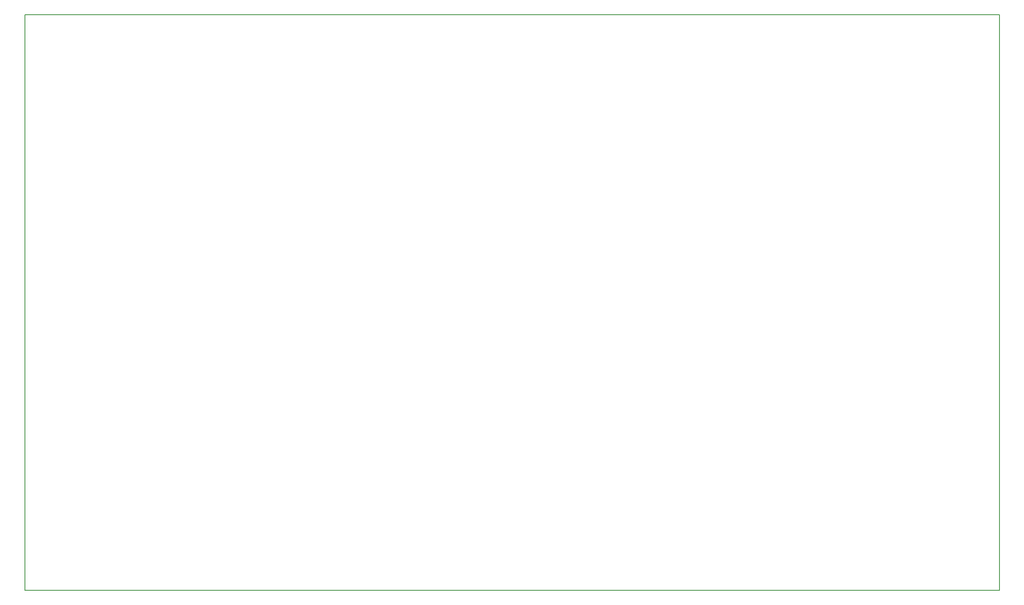
<source format=gbr>
G04 #@! TF.FileFunction,Profile,NP*
%FSLAX46Y46*%
G04 Gerber Fmt 4.6, Leading zero omitted, Abs format (unit mm)*
G04 Created by KiCad (PCBNEW 4.0.2+dfsg1-stable) date mar 04 jul 2017 13:38:56 COT*
%MOMM*%
G01*
G04 APERTURE LIST*
%ADD10C,0.100000*%
%ADD11C,0.150000*%
G04 APERTURE END LIST*
D10*
D11*
X20320000Y-147320000D02*
X20320000Y-27940000D01*
X222250000Y-147320000D02*
X20320000Y-147320000D01*
X222250000Y-27940000D02*
X222250000Y-147320000D01*
X20320000Y-27940000D02*
X222250000Y-27940000D01*
M02*

</source>
